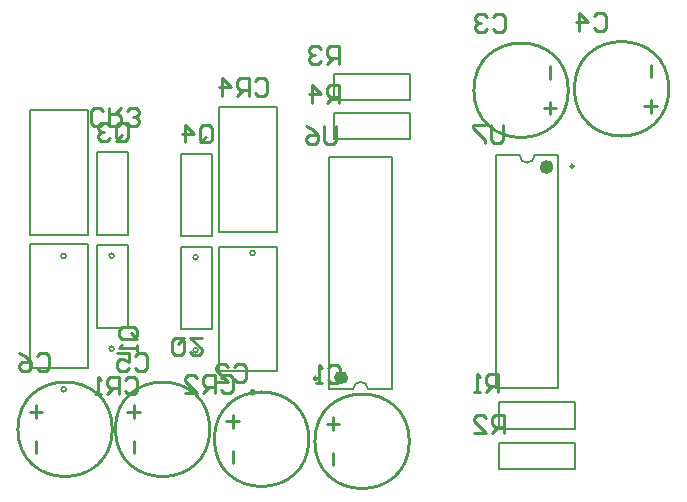
<source format=gbr>
%TF.GenerationSoftware,Altium Limited,Altium Designer,25.8.1 (18)*%
G04 Layer_Color=32896*
%FSLAX45Y45*%
%MOMM*%
%TF.SameCoordinates,A03D5229-0D84-416C-82DE-D2F162E989C3*%
%TF.FilePolarity,Positive*%
%TF.FileFunction,Legend,Bot*%
%TF.Part,Single*%
G01*
G75*
%TA.AperFunction,NonConductor*%
%ADD14C,0.25400*%
%ADD26C,0.25000*%
%ADD27C,0.20000*%
%ADD28C,0.15240*%
%ADD29C,0.60000*%
%ADD30C,0.12700*%
D14*
X10191699Y4777600D02*
G03*
X10191699Y4777600I-400000J0D01*
G01*
X12388799Y7731900D02*
G03*
X12388799Y7731900I-400000J0D01*
G01*
X11042599Y4760100D02*
G03*
X11042599Y4760100I-400000J0D01*
G01*
X13239699Y7744600D02*
G03*
X13239699Y7744600I-400000J0D01*
G01*
X8527999Y4861700D02*
G03*
X8527999Y4861700I-400000J0D01*
G01*
X9353499D02*
G03*
X9353499Y4861700I-400000J0D01*
G01*
X9494199Y4927600D02*
X9599199D01*
X9546699Y4875100D02*
Y4980100D01*
Y4575100D02*
Y4680100D01*
X12181299Y7581900D02*
X12286300D01*
X12233800Y7529400D02*
Y7634400D01*
Y7829400D02*
Y7934400D01*
X10345099Y4910100D02*
X10450099D01*
X10397599Y4857600D02*
Y4962600D01*
Y4557600D02*
Y4662600D01*
X13032199Y7594600D02*
X13137199D01*
X13084700Y7542100D02*
Y7647100D01*
Y7842100D02*
Y7947100D01*
X7830499Y5011700D02*
X7935499D01*
X7882999Y4959200D02*
Y5064200D01*
Y4659200D02*
Y4764200D01*
X8655999Y5011700D02*
X8760999D01*
X8708499Y4959200D02*
Y5064200D01*
Y4659200D02*
Y4764200D01*
X9555513Y5392379D02*
X9580905Y5417771D01*
X9631688D01*
X9657080Y5392379D01*
Y5290812D01*
X9631688Y5265420D01*
X9580905D01*
X9555513Y5290812D01*
X9403162Y5265420D02*
X9504729D01*
X9403162Y5366987D01*
Y5392379D01*
X9428554Y5417771D01*
X9479337D01*
X9504729Y5392379D01*
X9131308Y5613383D02*
Y5511816D01*
X9105917Y5486424D01*
X9055133D01*
X9029741Y5511816D01*
Y5613383D01*
X9055133Y5638775D01*
X9105917D01*
X9080525Y5587991D02*
X9131308Y5638775D01*
X9105917D02*
X9131308Y5613383D01*
X9283659Y5638775D02*
X9182092D01*
X9283659Y5537208D01*
Y5511816D01*
X9258267Y5486424D01*
X9207484D01*
X9182092Y5511816D01*
X8712183Y5626100D02*
X8610617D01*
X8585225Y5651492D01*
Y5702275D01*
X8610617Y5727667D01*
X8712183D01*
X8737575Y5702275D01*
Y5651492D01*
X8686792Y5676883D02*
X8737575Y5626100D01*
Y5651492D02*
X8712183Y5626100D01*
X8737575Y5575316D02*
Y5524533D01*
Y5549924D01*
X8585225D01*
X8610617Y5575316D01*
X11841480Y4831080D02*
Y4983431D01*
X11765305D01*
X11739913Y4958039D01*
Y4907255D01*
X11765305Y4881863D01*
X11841480D01*
X11790697D02*
X11739913Y4831080D01*
X11587562D02*
X11689129D01*
X11587562Y4932647D01*
Y4958039D01*
X11612954Y4983431D01*
X11663737D01*
X11689129Y4958039D01*
X11752613Y8348939D02*
X11778005Y8374331D01*
X11828788D01*
X11854180Y8348939D01*
Y8247372D01*
X11828788Y8221980D01*
X11778005D01*
X11752613Y8247372D01*
X11701829Y8348939D02*
X11676437Y8374331D01*
X11625654D01*
X11600262Y8348939D01*
Y8323547D01*
X11625654Y8298155D01*
X11651046D01*
X11625654D01*
X11600262Y8272763D01*
Y8247372D01*
X11625654Y8221980D01*
X11676437D01*
X11701829Y8247372D01*
X11790680Y5173980D02*
Y5326331D01*
X11714505D01*
X11689113Y5300939D01*
Y5250155D01*
X11714505Y5224763D01*
X11790680D01*
X11739897D02*
X11689113Y5173980D01*
X11638329D02*
X11587546D01*
X11612937D01*
Y5326331D01*
X11638329Y5300939D01*
X9265953Y7315192D02*
Y7416759D01*
X9291345Y7442151D01*
X9342128D01*
X9367520Y7416759D01*
Y7315192D01*
X9342128Y7289800D01*
X9291345D01*
X9316737Y7340583D02*
X9265953Y7289800D01*
X9291345D02*
X9265953Y7315192D01*
X9138994Y7289800D02*
Y7442151D01*
X9215169Y7365975D01*
X9113602D01*
X8554753Y7330432D02*
Y7431999D01*
X8580145Y7457391D01*
X8630928D01*
X8656320Y7431999D01*
Y7330432D01*
X8630928Y7305040D01*
X8580145D01*
X8605537Y7355823D02*
X8554753Y7305040D01*
X8580145D02*
X8554753Y7330432D01*
X8503969Y7431999D02*
X8478577Y7457391D01*
X8427794D01*
X8402402Y7431999D01*
Y7406607D01*
X8427794Y7381215D01*
X8453186D01*
X8427794D01*
X8402402Y7355823D01*
Y7330432D01*
X8427794Y7305040D01*
X8478577D01*
X8503969Y7330432D01*
X10444480Y7625080D02*
Y7777431D01*
X10368305D01*
X10342913Y7752039D01*
Y7701255D01*
X10368305Y7675863D01*
X10444480D01*
X10393697D02*
X10342913Y7625080D01*
X10215954D02*
Y7777431D01*
X10292129Y7701255D01*
X10190562D01*
X10444480Y7955280D02*
Y8107631D01*
X10368305D01*
X10342913Y8082239D01*
Y8031455D01*
X10368305Y8006063D01*
X10444480D01*
X10393697D02*
X10342913Y7955280D01*
X10292129Y8082239D02*
X10266737Y8107631D01*
X10215954D01*
X10190562Y8082239D01*
Y8056847D01*
X10215954Y8031455D01*
X10241346D01*
X10215954D01*
X10190562Y8006063D01*
Y7980672D01*
X10215954Y7955280D01*
X10266737D01*
X10292129Y7980672D01*
X10355613Y5377139D02*
X10381005Y5402531D01*
X10431788D01*
X10457180Y5377139D01*
Y5275572D01*
X10431788Y5250180D01*
X10381005D01*
X10355613Y5275572D01*
X10304829Y5250180D02*
X10254046D01*
X10279437D01*
Y5402531D01*
X10304829Y5377139D01*
X12603513Y8361639D02*
X12628905Y8387031D01*
X12679688D01*
X12705080Y8361639D01*
Y8260072D01*
X12679688Y8234680D01*
X12628905D01*
X12603513Y8260072D01*
X12476554Y8234680D02*
Y8387031D01*
X12552729Y8310855D01*
X12451162D01*
X7891813Y5478739D02*
X7917205Y5504131D01*
X7967988D01*
X7993380Y5478739D01*
Y5377172D01*
X7967988Y5351780D01*
X7917205D01*
X7891813Y5377172D01*
X7739462Y5504131D02*
X7790246Y5478739D01*
X7841029Y5427955D01*
Y5377172D01*
X7815637Y5351780D01*
X7764854D01*
X7739462Y5377172D01*
Y5402563D01*
X7764854Y5427955D01*
X7841029D01*
X8717313Y5478739D02*
X8742705Y5504131D01*
X8793488D01*
X8818880Y5478739D01*
Y5377172D01*
X8793488Y5351780D01*
X8742705D01*
X8717313Y5377172D01*
X8564962Y5504131D02*
X8666529D01*
Y5427955D01*
X8615746Y5453347D01*
X8590354D01*
X8564962Y5427955D01*
Y5377172D01*
X8590354Y5351780D01*
X8641137D01*
X8666529Y5377172D01*
X11831320Y7439611D02*
Y7312652D01*
X11805928Y7287260D01*
X11755145D01*
X11729753Y7312652D01*
Y7439611D01*
X11678969D02*
X11577402D01*
Y7414219D01*
X11678969Y7312652D01*
Y7287260D01*
X8635975Y5283183D02*
X8661367Y5308575D01*
X8712150D01*
X8737542Y5283183D01*
Y5181617D01*
X8712150Y5156225D01*
X8661367D01*
X8635975Y5181617D01*
X8585192Y5156225D02*
Y5308575D01*
X8509016D01*
X8483624Y5283183D01*
Y5232400D01*
X8509016Y5207008D01*
X8585192D01*
X8534408D02*
X8483624Y5156225D01*
X8432841D02*
X8382057D01*
X8407449D01*
Y5308575D01*
X8432841Y5283183D01*
X8445533Y7454916D02*
X8420141Y7429524D01*
X8369358D01*
X8343966Y7454916D01*
Y7556483D01*
X8369358Y7581875D01*
X8420141D01*
X8445533Y7556483D01*
X8496317Y7581875D02*
Y7429524D01*
X8572492D01*
X8597884Y7454916D01*
Y7505699D01*
X8572492Y7531091D01*
X8496317D01*
X8547100D02*
X8597884Y7581875D01*
X8648667Y7454916D02*
X8674059Y7429524D01*
X8724843D01*
X8750234Y7454916D01*
Y7480308D01*
X8724843Y7505699D01*
X8699451D01*
X8724843D01*
X8750234Y7531091D01*
Y7556483D01*
X8724843Y7581875D01*
X8674059D01*
X8648667Y7556483D01*
X9738393Y7812999D02*
X9763785Y7838391D01*
X9814568D01*
X9839960Y7812999D01*
Y7711432D01*
X9814568Y7686040D01*
X9763785D01*
X9738393Y7711432D01*
X9687609Y7686040D02*
Y7838391D01*
X9611434D01*
X9586042Y7812999D01*
Y7762215D01*
X9611434Y7736823D01*
X9687609D01*
X9636826D02*
X9586042Y7686040D01*
X9459083D02*
Y7838391D01*
X9535259Y7762215D01*
X9433691D01*
X9448767Y5295883D02*
X9474159Y5321275D01*
X9524942D01*
X9550334Y5295883D01*
Y5194317D01*
X9524942Y5168925D01*
X9474159D01*
X9448767Y5194317D01*
X9397983Y5168925D02*
Y5321275D01*
X9321808D01*
X9296416Y5295883D01*
Y5245100D01*
X9321808Y5219708D01*
X9397983D01*
X9347200D02*
X9296416Y5168925D01*
X9144066D02*
X9245633D01*
X9144066Y5270492D01*
Y5295883D01*
X9169457Y5321275D01*
X9220241D01*
X9245633Y5295883D01*
X10421620Y7426911D02*
Y7299952D01*
X10396228Y7274560D01*
X10345445D01*
X10320053Y7299952D01*
Y7426911D01*
X10167702D02*
X10218486Y7401519D01*
X10269269Y7350735D01*
Y7299952D01*
X10243877Y7274560D01*
X10193094D01*
X10167702Y7299952D01*
Y7325343D01*
X10193094Y7350735D01*
X10269269D01*
D26*
X12433100Y7089600D02*
G03*
X12433100Y7089600I-12500J0D01*
G01*
X10261400Y5292900D02*
G03*
X10261400Y5292900I-12500J0D01*
G01*
D27*
X11976100Y7182600D02*
G03*
X12103100Y7182600I63500J0D01*
G01*
X10693399Y5199900D02*
G03*
X10566399Y5199900I-63500J0D01*
G01*
X11774600Y5212600D02*
X12304600D01*
X11774600Y7182600D02*
X11976100D01*
X12103100D02*
X12304600D01*
X11774600Y5212600D02*
Y7182600D01*
X12304600Y5212600D02*
Y7182600D01*
X10364900Y7169900D02*
X10894899D01*
X10693399Y5199900D02*
X10894899D01*
X10364900D02*
X10566399D01*
X10894899D02*
Y7169900D01*
X10364900Y5199900D02*
Y7169900D01*
D28*
X9253220Y5530850D02*
G03*
X9253220Y5530850I-20320J0D01*
G01*
X8542020Y5543550D02*
G03*
X8542020Y5543550I-20320J0D01*
G01*
X9253220Y6318250D02*
G03*
X9253220Y6318250I-20320J0D01*
G01*
X8542020Y6330950D02*
G03*
X8542020Y6330950I-20320J0D01*
G01*
X8135620Y5199380D02*
G03*
X8135620Y5199380I-20320J0D01*
G01*
Y6329680D02*
G03*
X8135620Y6329680I-20320J0D01*
G01*
X9735820Y6355080D02*
G03*
X9735820Y6355080I-20320J0D01*
G01*
Y5173980D02*
G03*
X9735820Y5173980I-20320J0D01*
G01*
X9109200Y5708650D02*
Y6407150D01*
X9372600D01*
Y5708650D02*
Y6407150D01*
X9109200Y5708650D02*
X9372600D01*
X8398000Y5721350D02*
Y6419850D01*
X8661400D01*
Y5721350D02*
Y6419850D01*
X8398000Y5721350D02*
X8661400D01*
X9109200Y6496050D02*
Y7194550D01*
X9372600D01*
Y6496050D02*
Y7194550D01*
X9109200Y6496050D02*
X9372600D01*
X8398000Y6508750D02*
Y7207250D01*
X8661400D01*
Y6508750D02*
Y7207250D01*
X8398000Y6508750D02*
X8661400D01*
X7829550Y5377180D02*
X8324850D01*
Y6433820D01*
X7829550D02*
X8324850D01*
X7829550Y5377180D02*
Y6433820D01*
Y6507480D02*
X8324850D01*
Y7564120D01*
X7829550D02*
X8324850D01*
X7829550Y6507480D02*
Y7564120D01*
X9429750Y6532880D02*
X9925050D01*
Y7589520D01*
X9429750D02*
X9925050D01*
X9429750Y6532880D02*
Y7589520D01*
Y5351780D02*
X9925050D01*
Y6408420D01*
X9429750D02*
X9925050D01*
X9429750Y5351780D02*
Y6408420D01*
D29*
X12234600Y7082600D02*
G03*
X12234600Y7082600I-30000J0D01*
G01*
X10494900Y5299900D02*
G03*
X10494900Y5299900I-30000J0D01*
G01*
D30*
X12443800Y4523000D02*
Y4748000D01*
X11798800Y4523000D02*
X12443800D01*
X11798800D02*
Y4748000D01*
X12443800D01*
X11798800Y4865900D02*
Y5090900D01*
X12443800D01*
Y4865900D02*
Y5090900D01*
X11798800Y4865900D02*
X12443800D01*
X11048500Y7317000D02*
Y7542000D01*
X10403500Y7317000D02*
X11048500D01*
X10403500D02*
Y7542000D01*
X11048500D01*
X10403500Y7647200D02*
Y7872200D01*
X11048500D01*
Y7647200D02*
Y7872200D01*
X10403500Y7647200D02*
X11048500D01*
%TF.MD5,3657e4f83b4603bbd63b7e3bb58efccd*%
M02*

</source>
